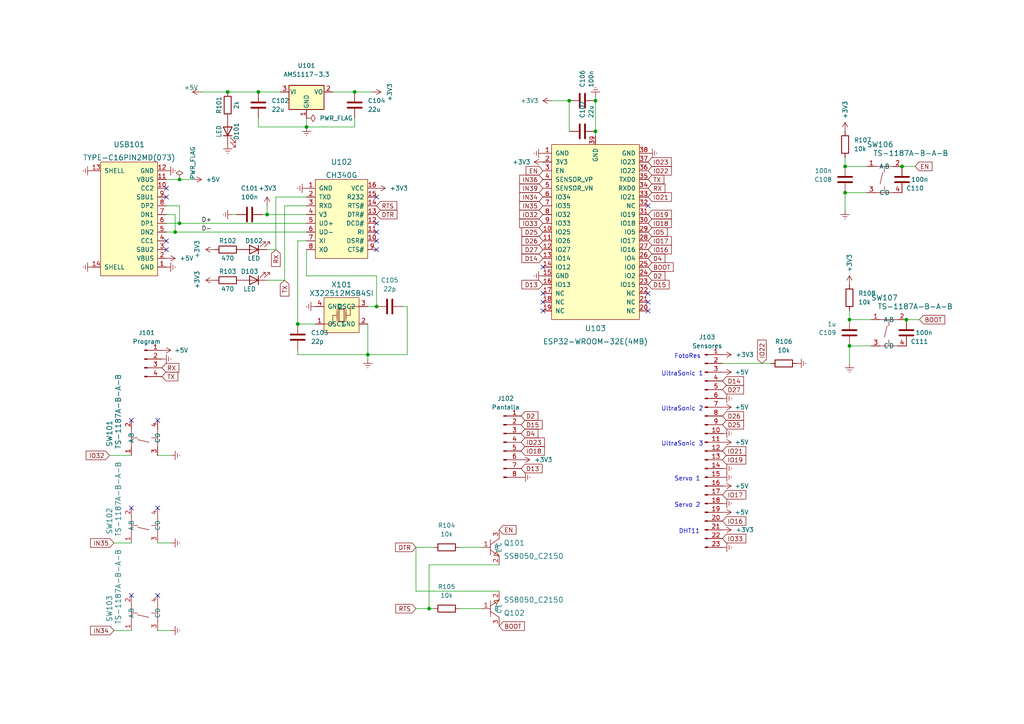
<source format=kicad_sch>
(kicad_sch (version 20211123) (generator eeschema)
  (paper "A4")
  (lib_symbols
    (symbol "Connector:Conn_01x04_Male" (pin_names (offset 1.016) hide)
      (property "Reference" "J" (at 0 5.08 0))
      (property "Value" "Conn_01x04_Male" (at 0 -7.62 0))
      (symbol "Conn_01x04_Male_1_1"
        (pin passive line (at 5.08 2.54 180) (length 3.81) (name "Pin_1") (number "1"))
        (pin passive line (at 5.08 0 180) (length 3.81) (name "Pin_2") (number "2"))
        (pin passive line (at 5.08 -2.54 180) (length 3.81) (name "Pin_3") (number "3"))
        (pin passive line (at 5.08 -5.08 180) (length 3.81) (name "Pin_4") (number "4"))
      )
    )
    (symbol "Connector:Conn_01x08_Male" (pin_names (offset 1.016) hide)
      (property "Reference" "J" (at 0 10.16 0))
      (property "Value" "Conn_01x08_Male" (at 0 -12.7 0))
      (symbol "Conn_01x08_Male_1_1"
        (pin passive line (at 5.08 7.62 180) (length 3.81) (name "Pin_1") (number "1"))
        (pin passive line (at 5.08 5.08 180) (length 3.81) (name "Pin_2") (number "2"))
        (pin passive line (at 5.08 2.54 180) (length 3.81) (name "Pin_3") (number "3"))
        (pin passive line (at 5.08 0 180) (length 3.81) (name "Pin_4") (number "4"))
        (pin passive line (at 5.08 -2.54 180) (length 3.81) (name "Pin_5") (number "5"))
        (pin passive line (at 5.08 -5.08 180) (length 3.81) (name "Pin_6") (number "6"))
        (pin passive line (at 5.08 -7.62 180) (length 3.81) (name "Pin_7") (number "7"))
        (pin passive line (at 5.08 -10.16 180) (length 3.81) (name "Pin_8") (number "8"))
      )
    )
    (symbol "Connector:Conn_01x23_Male" (pin_names (offset 1.016) hide)
      (property "Reference" "J" (at 0 30.48 0))
      (property "Value" "Conn_01x23_Male" (at 0 -30.48 0))
      (symbol "Conn_01x23_Male_1_1"
        (pin passive line (at 5.08 27.94 180) (length 3.81) (name "Pin_1") (number "1"))
        (pin passive line (at 5.08 5.08 180) (length 3.81) (name "Pin_10") (number "10"))
        (pin passive line (at 5.08 2.54 180) (length 3.81) (name "Pin_11") (number "11"))
        (pin passive line (at 5.08 0 180) (length 3.81) (name "Pin_12") (number "12"))
        (pin passive line (at 5.08 -2.54 180) (length 3.81) (name "Pin_13") (number "13"))
        (pin passive line (at 5.08 -5.08 180) (length 3.81) (name "Pin_14") (number "14"))
        (pin passive line (at 5.08 -7.62 180) (length 3.81) (name "Pin_15") (number "15"))
        (pin passive line (at 5.08 -10.16 180) (length 3.81) (name "Pin_16") (number "16"))
        (pin passive line (at 5.08 -12.7 180) (length 3.81) (name "Pin_17") (number "17"))
        (pin passive line (at 5.08 -15.24 180) (length 3.81) (name "Pin_18") (number "18"))
        (pin passive line (at 5.08 -17.78 180) (length 3.81) (name "Pin_19") (number "19"))
        (pin passive line (at 5.08 25.4 180) (length 3.81) (name "Pin_2") (number "2"))
        (pin passive line (at 5.08 -20.32 180) (length 3.81) (name "Pin_20") (number "20"))
        (pin passive line (at 5.08 -22.86 180) (length 3.81) (name "Pin_21") (number "21"))
        (pin passive line (at 5.08 -25.4 180) (length 3.81) (name "Pin_22") (number "22"))
        (pin passive line (at 5.08 -27.94 180) (length 3.81) (name "Pin_23") (number "23"))
        (pin passive line (at 5.08 22.86 180) (length 3.81) (name "Pin_3") (number "3"))
        (pin passive line (at 5.08 20.32 180) (length 3.81) (name "Pin_4") (number "4"))
        (pin passive line (at 5.08 17.78 180) (length 3.81) (name "Pin_5") (number "5"))
        (pin passive line (at 5.08 15.24 180) (length 3.81) (name "Pin_6") (number "6"))
        (pin passive line (at 5.08 12.7 180) (length 3.81) (name "Pin_7") (number "7"))
        (pin passive line (at 5.08 10.16 180) (length 3.81) (name "Pin_8") (number "8"))
        (pin passive line (at 5.08 7.62 180) (length 3.81) (name "Pin_9") (number "9"))
      )
    )
    (symbol "Device:C" (pin_numbers hide) (pin_names (offset 0.254))
      (property "Reference" "C" (at 0.635 2.54 0))
      (property "Value" "C" (at 0.635 -2.54 0))
      (symbol "C_1_1"
        (pin passive line (at 0 3.81 270) (length 2.794) (name "~") (number "1"))
        (pin passive line (at 0 -3.81 90) (length 2.794) (name "~") (number "2"))
      )
    )
    (symbol "Device:LED" (pin_numbers hide) (pin_names (offset 1.016) hide)
      (property "Reference" "D" (at 0 2.54 0))
      (property "Value" "LED" (at 0 -2.54 0))
      (symbol "LED_1_1"
        (pin passive line (at -3.81 0 0) (length 2.54) (name "K") (number "1"))
        (pin passive line (at 3.81 0 180) (length 2.54) (name "A") (number "2"))
      )
    )
    (symbol "Device:R" (pin_numbers hide) (pin_names (offset 0))
      (property "Reference" "R" (at 2.032 0 90))
      (property "Value" "R" (at 0 0 90))
      (symbol "R_1_1"
        (pin passive line (at 0 3.81 270) (length 1.27) (name "~") (number "1"))
        (pin passive line (at 0 -3.81 90) (length 1.27) (name "~") (number "2"))
      )
    )
    (symbol "Regulator_Linear:AMS1117-3.3" (pin_names (offset 0.254))
      (property "Reference" "U" (at -3.81 3.175 0))
      (property "Value" "AMS1117-3.3" (at 0 3.175 0))
      (symbol "AMS1117-3.3_1_1"
        (pin power_in line (at 0 -7.62 90) (length 2.54) (name "GND") (number "1"))
        (pin power_out line (at 7.62 0 180) (length 2.54) (name "VO") (number "2"))
        (pin power_in line (at -7.62 0 0) (length 2.54) (name "VI") (number "3"))
      )
    )
    (symbol "easyeda2kicad:CH340G" (pin_names (offset 1.016))
      (property "Reference" "U?" (at 0 13.97 0))
      (property "Value" "CH340G" (at 0 -13.97 0))
      (symbol "CH340G_1_1"
        (pin unspecified line (at -10.16 8.89 0) (length 2.54) (name "GND") (number "1"))
        (pin unspecified line (at 10.16 -6.35 180) (length 2.54) (name "DSR#") (number "10"))
        (pin unspecified line (at 10.16 -3.81 180) (length 2.54) (name "RI") (number "11"))
        (pin unspecified line (at 10.16 -1.27 180) (length 2.54) (name "DCD#") (number "12"))
        (pin unspecified line (at 10.16 1.27 180) (length 2.54) (name "DTR#") (number "13"))
        (pin unspecified line (at 10.16 3.81 180) (length 2.54) (name "RTS#") (number "14"))
        (pin unspecified line (at 10.16 6.35 180) (length 2.54) (name "R232") (number "15"))
        (pin unspecified line (at 10.16 8.89 180) (length 2.54) (name "VCC") (number "16"))
        (pin unspecified line (at -10.16 6.35 0) (length 2.54) (name "TXD") (number "2"))
        (pin unspecified line (at -10.16 3.81 0) (length 2.54) (name "RXD") (number "3"))
        (pin unspecified line (at -10.16 1.27 0) (length 2.54) (name "V3") (number "4"))
        (pin unspecified line (at -10.16 -1.27 0) (length 2.54) (name "UD+") (number "5"))
        (pin unspecified line (at -10.16 -3.81 0) (length 2.54) (name "UD-") (number "6"))
        (pin unspecified line (at -10.16 -6.35 0) (length 2.54) (name "XI") (number "7"))
        (pin unspecified line (at -10.16 -8.89 0) (length 2.54) (name "XO") (number "8"))
        (pin unspecified line (at 10.16 -8.89 180) (length 2.54) (name "CTS#") (number "9"))
      )
    )
    (symbol "easyeda2kicad:ESP32-WROOM-32E(4MB)" (pin_names (offset 1.016))
      (property "Reference" "U?" (at 0 33.02 0))
      (property "Value" "ESP32-WROOM-32E(4MB)" (at 0 -27.94 0))
      (symbol "ESP32-WROOM-32E(4MB)_1_1"
        (pin unspecified line (at -15.24 22.86 0) (length 2.54) (name "GND") (number "1"))
        (pin unspecified line (at -15.24 0 0) (length 2.54) (name "IO25") (number "10"))
        (pin unspecified line (at -15.24 -2.54 0) (length 2.54) (name "IO26") (number "11"))
        (pin unspecified line (at -15.24 -5.08 0) (length 2.54) (name "IO27") (number "12"))
        (pin unspecified line (at -15.24 -7.62 0) (length 2.54) (name "IO14") (number "13"))
        (pin unspecified line (at -15.24 -10.16 0) (length 2.54) (name "IO12") (number "14"))
        (pin unspecified line (at -15.24 -12.7 0) (length 2.54) (name "GND") (number "15"))
        (pin unspecified line (at -15.24 -15.24 0) (length 2.54) (name "IO13") (number "16"))
        (pin unspecified line (at -15.24 -17.78 0) (length 2.54) (name "NC") (number "17"))
        (pin unspecified line (at -15.24 -20.32 0) (length 2.54) (name "NC") (number "18"))
        (pin unspecified line (at -15.24 -22.86 0) (length 2.54) (name "NC") (number "19"))
        (pin unspecified line (at -15.24 20.32 0) (length 2.54) (name "3V3") (number "2"))
        (pin unspecified line (at 15.24 -22.86 180) (length 2.54) (name "NC") (number "20"))
        (pin unspecified line (at 15.24 -20.32 180) (length 2.54) (name "NC") (number "21"))
        (pin unspecified line (at 15.24 -17.78 180) (length 2.54) (name "NC") (number "22"))
        (pin unspecified line (at 15.24 -15.24 180) (length 2.54) (name "IO15") (number "23"))
        (pin unspecified line (at 15.24 -12.7 180) (length 2.54) (name "IO2") (number "24"))
        (pin unspecified line (at 15.24 -10.16 180) (length 2.54) (name "IO0") (number "25"))
        (pin unspecified line (at 15.24 -7.62 180) (length 2.54) (name "IO4") (number "26"))
        (pin unspecified line (at 15.24 -5.08 180) (length 2.54) (name "IO16") (number "27"))
        (pin unspecified line (at 15.24 -2.54 180) (length 2.54) (name "IO17") (number "28"))
        (pin unspecified line (at 15.24 0 180) (length 2.54) (name "IO5") (number "29"))
        (pin unspecified line (at -15.24 17.78 0) (length 2.54) (name "EN") (number "3"))
        (pin unspecified line (at 15.24 2.54 180) (length 2.54) (name "IO18") (number "30"))
        (pin unspecified line (at 15.24 5.08 180) (length 2.54) (name "IO19") (number "31"))
        (pin unspecified line (at 15.24 7.62 180) (length 2.54) (name "NC") (number "32"))
        (pin unspecified line (at 15.24 10.16 180) (length 2.54) (name "IO21") (number "33"))
        (pin unspecified line (at 15.24 12.7 180) (length 2.54) (name "RXD0") (number "34"))
        (pin unspecified line (at 15.24 15.24 180) (length 2.54) (name "TXD0") (number "35"))
        (pin unspecified line (at 15.24 17.78 180) (length 2.54) (name "IO22") (number "36"))
        (pin unspecified line (at 15.24 20.32 180) (length 2.54) (name "IO23") (number "37"))
        (pin unspecified line (at 15.24 22.86 180) (length 2.54) (name "GND") (number "38"))
        (pin unspecified line (at 0 27.94 270) (length 2.54) (name "GND") (number "39"))
        (pin unspecified line (at -15.24 15.24 0) (length 2.54) (name "SENSOR_VP") (number "4"))
        (pin unspecified line (at -15.24 12.7 0) (length 2.54) (name "SENSOR_VN") (number "5"))
        (pin unspecified line (at -15.24 10.16 0) (length 2.54) (name "IO34") (number "6"))
        (pin unspecified line (at -15.24 7.62 0) (length 2.54) (name "IO35") (number "7"))
        (pin unspecified line (at -15.24 5.08 0) (length 2.54) (name "IO32") (number "8"))
        (pin unspecified line (at -15.24 2.54 0) (length 2.54) (name "IO33") (number "9"))
      )
    )
    (symbol "easyeda2kicad:SS8050_C2150" (pin_names (offset 1.016))
      (property "Reference" "Q?" (at 0 10.16 0))
      (property "Value" "SS8050_C2150" (at 0 -10.16 0))
      (symbol "SS8050_C2150_1_1"
        (pin unspecified line (at -5.08 0 0) (length 2.54) (name "B") (number "1"))
        (pin unspecified line (at 0 -5.08 90) (length 2.54) (name "E") (number "2"))
        (pin unspecified line (at 0 5.08 270) (length 2.54) (name "C") (number "3"))
      )
    )
    (symbol "easyeda2kicad:TS-1187A-B-A-B" (pin_names (offset 1.016))
      (property "Reference" "SW?" (at 0 7.62 0))
      (property "Value" "TS-1187A-B-A-B" (at 0 -10.16 0))
      (symbol "TS-1187A-B-A-B_1_1"
        (pin unspecified line (at -5.08 2.54 0) (length 2.54) (name "A") (number "1"))
        (pin unspecified line (at 5.08 2.54 180) (length 2.54) (name "B") (number "2"))
        (pin unspecified line (at -5.08 -5.08 0) (length 2.54) (name "C") (number "3"))
        (pin unspecified line (at 5.08 -5.08 180) (length 2.54) (name "D") (number "4"))
      )
    )
    (symbol "easyeda2kicad:TYPE-C16PIN2MD(073)" (pin_names (offset 1.016))
      (property "Reference" "USB?" (at 0 19.05 0))
      (property "Value" "TYPE-C16PIN2MD(073)" (at 0 -19.05 0))
      (symbol "TYPE-C16PIN2MD(073)_1_1"
        (pin unspecified line (at -11.43 13.97 0) (length 2.54) (name "GND") (number "1"))
        (pin unspecified line (at -11.43 -8.89 0) (length 2.54) (name "CC2") (number "10"))
        (pin unspecified line (at -11.43 -11.43 0) (length 2.54) (name "VBUS") (number "11"))
        (pin unspecified line (at -11.43 -13.97 0) (length 2.54) (name "GND") (number "12"))
        (pin unspecified line (at 10.16 -13.97 180) (length 2.54) (name "SHELL") (number "13"))
        (pin unspecified line (at 10.16 13.97 180) (length 2.54) (name "SHELL") (number "14"))
        (pin unspecified line (at -11.43 11.43 0) (length 2.54) (name "VBUS") (number "2"))
        (pin unspecified line (at -11.43 8.89 0) (length 2.54) (name "SBU2") (number "3"))
        (pin unspecified line (at -11.43 6.35 0) (length 2.54) (name "CC1") (number "4"))
        (pin unspecified line (at -11.43 3.81 0) (length 2.54) (name "DN2") (number "5"))
        (pin unspecified line (at -11.43 1.27 0) (length 2.54) (name "DP1") (number "6"))
        (pin unspecified line (at -11.43 -1.27 0) (length 2.54) (name "DN1") (number "7"))
        (pin unspecified line (at -11.43 -3.81 0) (length 2.54) (name "DP2") (number "8"))
        (pin unspecified line (at -11.43 -6.35 0) (length 2.54) (name "SBU1") (number "9"))
      )
    )
    (symbol "easyeda2kicad:X322512MSB4SI" (pin_names (offset 1.016))
      (property "Reference" "X?" (at 0 7.62 0))
      (property "Value" "X322512MSB4SI" (at 0 -7.62 0))
      (symbol "X322512MSB4SI_1_1"
        (pin unspecified line (at -7.62 -2.54 0) (length 2.54) (name "OSC1") (number "1"))
        (pin unspecified line (at 7.62 -2.54 180) (length 2.54) (name "GND") (number "2"))
        (pin unspecified line (at 7.62 2.54 180) (length 2.54) (name "OSC2") (number "3"))
        (pin unspecified line (at -7.62 2.54 0) (length 2.54) (name "GND") (number "4"))
      )
    )
    (symbol "power:+3.3V" (power) (pin_names (offset 0))
      (property "Value" "+3.3V" (at 0 3.556 0))
      (symbol "+3.3V_1_1"
        (pin power_in line (at 0 0 90) (length 0) hide (name "+3V3") (number "1"))
      )
    )
    (symbol "power:+5V" (power) (pin_names (offset 0))
      (property "Value" "+5V" (at 0 3.556 0))
      (symbol "+5V_1_1"
        (pin power_in line (at 0 0 90) (length 0) hide (name "+5V") (number "1"))
      )
    )
    (symbol "power:Earth" (power) (pin_names (offset 0))
      (symbol "Earth_1_1"
        (pin power_in line (at 0 0 270) (length 0) hide (name "Earth") (number "1"))
      )
    )
    (symbol "power:PWR_FLAG" (power) (pin_numbers hide) (pin_names (offset 0) hide)
      (property "Value" "PWR_FLAG" (at 0 3.81 0))
      (symbol "PWR_FLAG_0_0"
        (pin power_out line (at 0 0 90) (length 0) (name "pwr") (number "1"))
      )
    )
  )
  (junction (at 77.47 62.23))
  (junction (at 245.11 48.26))
  (junction (at 50.8 67.31))
  (junction (at 261.62 48.26))
  (junction (at 172.72 38.1))
  (junction (at 109.22 88.9))
  (junction (at 246.38 92.71))
  (junction (at 66.04 26.67))
  (junction (at 262.89 92.71))
  (junction (at 165.1 29.21))
  (junction (at 246.38 100.33))
  (junction (at 52.07 52.07))
  (junction (at 88.9 36.83))
  (junction (at 86.36 93.98))
  (junction (at 106.68 102.87))
  (junction (at 172.72 29.21))
  (junction (at 52.07 64.77))
  (junction (at 74.93 26.67))
  (junction (at 102.87 26.67))
  (junction (at 124.46 176.53))
  (junction (at 245.11 55.88))
  (no_connect (at 109.22 72.39))
  (no_connect (at 109.22 67.31))
  (no_connect (at 157.48 87.63))
  (no_connect (at 157.48 85.09))
  (no_connect (at 187.96 87.63))
  (no_connect (at 187.96 85.09))
  (no_connect (at 187.96 90.17))
  (no_connect (at 157.48 90.17))
  (no_connect (at 157.48 77.47))
  (no_connect (at 109.22 69.85))
  (no_connect (at 109.22 57.15))
  (no_connect (at 48.26 69.85))
  (no_connect (at 109.22 64.77))
  (no_connect (at 48.26 57.15))
  (no_connect (at 48.26 54.61))
  (no_connect (at 38.1 121.92))
  (no_connect (at 45.72 121.92))
  (no_connect (at 38.1 147.32))
  (no_connect (at 45.72 147.32))
  (no_connect (at 38.1 172.72))
  (no_connect (at 45.72 172.72))
  (no_connect (at 187.96 59.69))
  (no_connect (at 48.26 72.39))
  (wire (pts (xy 58.42 26.67) (xy 66.04 26.67)))
  (wire (pts (xy 67.31 62.23) (xy 68.58 62.23)))
  (wire (pts (xy 74.93 26.67) (xy 81.28 26.67)))
  (wire (pts (xy 86.36 102.87) (xy 86.36 101.6)))
  (wire (pts (xy 120.65 171.45) (xy 144.78 171.45)))
  (wire (pts (xy 33.02 182.88) (xy 38.1 182.88)))
  (wire (pts (xy 48.26 62.23) (xy 50.8 62.23)))
  (wire (pts (xy 52.07 52.07) (xy 48.26 52.07)))
  (wire (pts (xy 261.62 48.26) (xy 265.43 48.26)))
  (wire (pts (xy 133.35 176.53) (xy 139.7 176.53)))
  (wire (pts (xy 33.02 157.48) (xy 38.1 157.48)))
  (wire (pts (xy 52.07 59.69) (xy 52.07 64.77)))
  (wire (pts (xy 102.87 36.83) (xy 88.9 36.83)))
  (wire (pts (xy 124.46 176.53) (xy 124.46 163.83)))
  (wire (pts (xy 77.47 72.39) (xy 80.01 72.39)))
  (wire (pts (xy 118.11 88.9) (xy 118.11 102.87)))
  (wire (pts (xy 246.38 100.33) (xy 252.73 100.33)))
  (wire (pts (xy 48.26 59.69) (xy 52.07 59.69)))
  (wire (pts (xy 45.72 157.48) (xy 49.53 157.48)))
  (wire (pts (xy 124.46 176.53) (xy 125.73 176.53)))
  (wire (pts (xy 106.68 102.87) (xy 106.68 93.98)))
  (wire (pts (xy 209.55 105.41) (xy 223.52 105.41)))
  (wire (pts (xy 245.11 45.72) (xy 245.11 48.26)))
  (wire (pts (xy 102.87 26.67) (xy 107.95 26.67)))
  (wire (pts (xy 172.72 29.21) (xy 172.72 38.1)))
  (wire (pts (xy 50.8 62.23) (xy 50.8 67.31)))
  (wire (pts (xy 120.65 158.75) (xy 120.65 171.45)))
  (wire (pts (xy 77.47 62.23) (xy 88.9 62.23)))
  (wire (pts (xy 86.36 69.85) (xy 86.36 93.98)))
  (wire (pts (xy 88.9 72.39) (xy 88.9 80.01)))
  (wire (pts (xy 96.52 26.67) (xy 102.87 26.67)))
  (wire (pts (xy 106.68 104.14) (xy 106.68 102.87)))
  (wire (pts (xy 124.46 163.83) (xy 144.78 163.83)))
  (wire (pts (xy 88.9 36.83) (xy 88.9 34.29)))
  (wire (pts (xy 88.9 59.69) (xy 82.55 59.69)))
  (wire (pts (xy 77.47 59.69) (xy 77.47 62.23)))
  (wire (pts (xy 88.9 80.01) (xy 109.22 80.01)))
  (wire (pts (xy 133.35 158.75) (xy 139.7 158.75)))
  (wire (pts (xy 120.65 176.53) (xy 124.46 176.53)))
  (wire (pts (xy 246.38 92.71) (xy 252.73 92.71)))
  (wire (pts (xy 262.89 92.71) (xy 266.7 92.71)))
  (wire (pts (xy 88.9 69.85) (xy 86.36 69.85)))
  (wire (pts (xy 91.44 93.98) (xy 86.36 93.98)))
  (wire (pts (xy 116.84 88.9) (xy 118.11 88.9)))
  (wire (pts (xy 88.9 64.77) (xy 52.07 64.77)))
  (wire (pts (xy 245.11 48.26) (xy 251.46 48.26)))
  (wire (pts (xy 52.07 64.77) (xy 48.26 64.77)))
  (wire (pts (xy 77.47 81.28) (xy 82.55 81.28)))
  (wire (pts (xy 160.02 29.21) (xy 165.1 29.21)))
  (wire (pts (xy 245.11 55.88) (xy 251.46 55.88)))
  (wire (pts (xy 82.55 59.69) (xy 82.55 81.28)))
  (wire (pts (xy 172.72 38.1) (xy 172.72 39.37)))
  (wire (pts (xy 172.72 27.94) (xy 172.72 29.21)))
  (wire (pts (xy 106.68 102.87) (xy 86.36 102.87)))
  (wire (pts (xy 245.11 55.88) (xy 245.11 60.96)))
  (wire (pts (xy 88.9 67.31) (xy 50.8 67.31)))
  (wire (pts (xy 118.11 102.87) (xy 106.68 102.87)))
  (wire (pts (xy 74.93 34.29) (xy 74.93 36.83)))
  (wire (pts (xy 120.65 158.75) (xy 125.73 158.75)))
  (wire (pts (xy 66.04 26.67) (xy 74.93 26.67)))
  (wire (pts (xy 109.22 88.9) (xy 106.68 88.9)))
  (wire (pts (xy 50.8 67.31) (xy 48.26 67.31)))
  (wire (pts (xy 88.9 57.15) (xy 80.01 57.15)))
  (wire (pts (xy 109.22 80.01) (xy 109.22 88.9)))
  (wire (pts (xy 74.93 36.83) (xy 88.9 36.83)))
  (wire (pts (xy 165.1 29.21) (xy 165.1 38.1)))
  (wire (pts (xy 31.75 132.08) (xy 38.1 132.08)))
  (wire (pts (xy 246.38 90.17) (xy 246.38 92.71)))
  (wire (pts (xy 80.01 57.15) (xy 80.01 72.39)))
  (wire (pts (xy 45.72 132.08) (xy 49.53 132.08)))
  (wire (pts (xy 45.72 182.88) (xy 49.53 182.88)))
  (wire (pts (xy 55.88 52.07) (xy 52.07 52.07)))
  (wire (pts (xy 76.2 62.23) (xy 77.47 62.23)))
  (wire (pts (xy 246.38 100.33) (xy 246.38 105.41)))
  (wire (pts (xy 102.87 34.29) (xy 102.87 36.83)))
  (text "UltraSonic 1" (at 191.77 109.22 0) (effects (font (size 1.27 1.27)) (justify left bottom)))
  (text "Servo 1" (at 195.58 139.7 0) (effects (font (size 1.27 1.27)) (justify left bottom)))
  (text "Servo 2" (at 195.58 147.32 0) (effects (font (size 1.27 1.27)) (justify left bottom)))
  (text "UltraSonic 2\n" (at 191.77 119.38 0) (effects (font (size 1.27 1.27)) (justify left bottom)))
  (text "FotoRes" (at 195.58 104.14 0) (effects (font (size 1.27 1.27)) (justify left bottom)))
  (text "UltraSonic 3\n" (at 191.77 129.54 0) (effects (font (size 1.27 1.27)) (justify left bottom)))
  (text "DHT11\n" (at 196.85 154.94 0) (effects (font (size 1.27 1.27)) (justify left bottom)))
  (label "D+" (at 58.42 64.77 0))
  (label "D-" (at 58.42 67.31 0))
  (global_label "D14" (shape input) (at 157.48 74.93 180) (property "Intersheet References" "${INTERSHEET_REFS}" (effects hide)))
  (global_label "BOOT" (shape input) (at 144.78 181.61 0) (property "Intersheet References" "${INTERSHEET_REFS}" (effects hide)))
  (global_label "RTS" (shape input) (at 109.22 59.69 0) (property "Intersheet References" "${INTERSHEET_REFS}" (effects hide)))
  (global_label "EN" (shape input) (at 157.48 49.53 180) (property "Intersheet References" "${INTERSHEET_REFS}" (effects hide)))
  (global_label "D26" (shape input) (at 157.48 69.85 180) (property "Intersheet References" "${INTERSHEET_REFS}" (effects hide)))
  (global_label "IO19" (shape input) (at 187.96 62.23 0) (property "Intersheet References" "${INTERSHEET_REFS}" (effects hide)))
  (global_label "D4" (shape input) (at 187.96 74.93 0) (property "Intersheet References" "${INTERSHEET_REFS}" (effects hide)))
  (global_label "BOOT" (shape input) (at 187.96 77.47 0) (property "Intersheet References" "${INTERSHEET_REFS}" (effects hide)))
  (global_label "IO16" (shape input) (at 209.55 151.13 0) (property "Intersheet References" "${INTERSHEET_REFS}" (effects hide)))
  (global_label "IO23" (shape input) (at 151.13 128.27 0) (property "Intersheet References" "${INTERSHEET_REFS}" (effects hide)))
  (global_label "TX" (shape input) (at 46.99 109.22 0) (property "Intersheet References" "${INTERSHEET_REFS}" (effects hide)))
  (global_label "IO32" (shape input) (at 157.48 62.23 180) (property "Intersheet References" "${INTERSHEET_REFS}" (effects hide)))
  (global_label "IN35" (shape input) (at 157.48 59.69 180) (property "Intersheet References" "${INTERSHEET_REFS}" (effects hide)))
  (global_label "IO17" (shape input) (at 209.55 143.51 0) (property "Intersheet References" "${INTERSHEET_REFS}" (effects hide)))
  (global_label "IO33" (shape input) (at 157.48 64.77 180) (property "Intersheet References" "${INTERSHEET_REFS}" (effects hide)))
  (global_label "TX" (shape input) (at 187.96 52.07 0) (property "Intersheet References" "${INTERSHEET_REFS}" (effects hide)))
  (global_label "IO22" (shape input) (at 187.96 49.53 0) (property "Intersheet References" "${INTERSHEET_REFS}" (effects hide)))
  (global_label "D27" (shape input) (at 209.55 113.03 0) (property "Intersheet References" "${INTERSHEET_REFS}" (effects hide)))
  (global_label "IO21" (shape input) (at 209.55 130.81 0) (property "Intersheet References" "${INTERSHEET_REFS}" (effects hide)))
  (global_label "D14" (shape input) (at 209.55 110.49 0) (property "Intersheet References" "${INTERSHEET_REFS}" (effects hide)))
  (global_label "IN34" (shape input) (at 157.48 57.15 180) (property "Intersheet References" "${INTERSHEET_REFS}" (effects hide)))
  (global_label "IO32" (shape input) (at 31.75 132.08 180) (property "Intersheet References" "${INTERSHEET_REFS}" (effects hide)))
  (global_label "D15" (shape input) (at 187.96 82.55 0) (property "Intersheet References" "${INTERSHEET_REFS}" (effects hide)))
  (global_label "RX" (shape input) (at 187.96 54.61 0) (property "Intersheet References" "${INTERSHEET_REFS}" (effects hide)))
  (global_label "TX" (shape input) (at 82.55 81.28 270) (property "Intersheet References" "${INTERSHEET_REFS}" (effects hide)))
  (global_label "EN" (shape input) (at 144.78 153.67 0) (property "Intersheet References" "${INTERSHEET_REFS}" (effects hide)))
  (global_label "RX" (shape input) (at 80.01 72.39 270) (property "Intersheet References" "${INTERSHEET_REFS}" (effects hide)))
  (global_label "IO33" (shape input) (at 209.55 156.21 0) (property "Intersheet References" "${INTERSHEET_REFS}" (effects hide)))
  (global_label "IO22" (shape input) (at 220.98 105.41 90) (property "Intersheet References" "${INTERSHEET_REFS}" (effects hide)))
  (global_label "RX" (shape input) (at 46.99 106.68 0) (property "Intersheet References" "${INTERSHEET_REFS}" (effects hide)))
  (global_label "IO18" (shape input) (at 151.13 130.81 0) (property "Intersheet References" "${INTERSHEET_REFS}" (effects hide)))
  (global_label "D15" (shape input) (at 151.13 123.19 0) (property "Intersheet References" "${INTERSHEET_REFS}" (effects hide)))
  (global_label "IO23" (shape input) (at 187.96 46.99 0) (property "Intersheet References" "${INTERSHEET_REFS}" (effects hide)))
  (global_label "IO16" (shape input) (at 187.96 72.39 0) (property "Intersheet References" "${INTERSHEET_REFS}" (effects hide)))
  (global_label "D2" (shape input) (at 151.13 120.65 0) (property "Intersheet References" "${INTERSHEET_REFS}" (effects hide)))
  (global_label "D26" (shape input) (at 209.55 120.65 0) (property "Intersheet References" "${INTERSHEET_REFS}" (effects hide)))
  (global_label "IO18" (shape input) (at 187.96 64.77 0) (property "Intersheet References" "${INTERSHEET_REFS}" (effects hide)))
  (global_label "IN35" (shape input) (at 33.02 157.48 180) (property "Intersheet References" "${INTERSHEET_REFS}" (effects hide)))
  (global_label "D27" (shape input) (at 157.48 72.39 180) (property "Intersheet References" "${INTERSHEET_REFS}" (effects hide)))
  (global_label "D4" (shape input) (at 151.13 125.73 0) (property "Intersheet References" "${INTERSHEET_REFS}" (effects hide)))
  (global_label "IO21" (shape input) (at 187.96 57.15 0) (property "Intersheet References" "${INTERSHEET_REFS}" (effects hide)))
  (global_label "DTR" (shape input) (at 120.65 158.75 180) (property "Intersheet References" "${INTERSHEET_REFS}" (effects hide)))
  (global_label "DTR" (shape input) (at 109.22 62.23 0) (property "Intersheet References" "${INTERSHEET_REFS}" (effects hide)))
  (global_label "IN34" (shape input) (at 33.02 182.88 180) (property "Intersheet References" "${INTERSHEET_REFS}" (effects hide)))
  (global_label "D2" (shape input) (at 187.96 80.01 0) (property "Intersheet References" "${INTERSHEET_REFS}" (effects hide)))
  (global_label "IN39" (shape input) (at 157.48 54.61 180) (property "Intersheet References" "${INTERSHEET_REFS}" (effects hide)))
  (global_label "EN" (shape input) (at 265.43 48.26 0) (property "Intersheet References" "${INTERSHEET_REFS}" (effects hide)))
  (global_label "IO5" (shape input) (at 187.96 67.31 0) (property "Intersheet References" "${INTERSHEET_REFS}" (effects hide)))
  (global_label "RTS" (shape input) (at 120.65 176.53 180) (property "Intersheet References" "${INTERSHEET_REFS}" (effects hide)))
  (global_label "BOOT" (shape input) (at 266.7 92.71 0) (property "Intersheet References" "${INTERSHEET_REFS}" (effects hide)))
  (global_label "D13" (shape input) (at 151.13 135.89 0) (property "Intersheet References" "${INTERSHEET_REFS}" (effects hide)))
  (global_label "IO17" (shape input) (at 187.96 69.85 0) (property "Intersheet References" "${INTERSHEET_REFS}" (effects hide)))
  (global_label "D25" (shape input) (at 209.55 123.19 0) (property "Intersheet References" "${INTERSHEET_REFS}" (effects hide)))
  (global_label "D25" (shape input) (at 157.48 67.31 180) (property "Intersheet References" "${INTERSHEET_REFS}" (effects hide)))
  (global_label "IO19" (shape input) (at 209.55 133.35 0) (property "Intersheet References" "${INTERSHEET_REFS}" (effects hide)))
  (global_label "D13" (shape input) (at 157.48 82.55 180) (property "Intersheet References" "${INTERSHEET_REFS}" (effects hide)))
  (global_label "IN36" (shape input) (at 157.48 52.07 180) (property "Intersheet References" "${INTERSHEET_REFS}" (effects hide)))
  (symbol (lib_id "power:+5V") (at 209.55 140.97 270) (unit 1)
    (property "Reference" "#PWR0142" (effects hide))
    (property "Value" "+5V" (at 217.17 140.97 90) (effects (justify right)))
  )
  (symbol (lib_id "power:Earth") (at 209.55 125.73 90) (unit 1)
    (property "Reference" "#PWR0138" (effects hide))
    (property "Value" "Earth" (effects hide))
  )
  (symbol (lib_id "power:Earth") (at 209.55 146.05 90) (unit 1)
    (property "Reference" "#PWR0143" (effects hide))
    (property "Value" "Earth" (effects hide))
  )
  (symbol (lib_id "power:+5V") (at 58.42 26.67 90) (unit 1)
    (property "Reference" "#PWR0112" (effects hide))
    (property "Value" "+5V" (at 53.34 25.4 90) (effects (justify right)))
  )
  (symbol (lib_id "power:Earth") (at 66.04 41.91 0) (unit 1)
    (property "Reference" "#PWR0115" (effects hide))
    (property "Value" "Earth" (effects hide))
  )
  (symbol (lib_id "easyeda2kicad:SS8050_C2150") (at 144.78 158.75 0) (unit 1)
    (property "Reference" "Q101" (at 146.05 157.48 0) (effects (font (size 1.524 1.524)) (justify left)))
    (property "Value" "SS8050_C2150" (at 146.05 161.29 0) (effects (font (size 1.524 1.524)) (justify left)))
    (property "Footprint" "easyeda2kicad:SOT-23-3_L2.9-W1.3-P1.90-LS2.4-BR" (effects hide))
    (property "Datasheet" "https://lcsc.com/product-detail/Transistors-NPN-PNP_SS8050-Y1-200-350_C2150.html" (effects hide))
    (property "Manufacturer" "CJ" (effects hide))
    (property "LCSC Part" "C2150" (effects hide))
    (property "JLC Part" "Basic Part" (effects hide))
  )
  (symbol (lib_id "power:Earth") (at 151.13 138.43 90) (unit 1)
    (property "Reference" "#PWR0127" (effects hide))
    (property "Value" "Earth" (effects hide))
  )
  (symbol (lib_id "Device:C") (at 245.11 52.07 180) (unit 1)
    (property "Reference" "C108" (at 241.3 52.07 0) (effects (justify left)))
    (property "Value" "100n" (at 241.3 49.53 0) (effects (justify left)))
    (property "Footprint" "Capacitor_SMD:C_0805_2012Metric" (effects hide))
  )
  (symbol (lib_id "Device:C") (at 261.62 52.07 180) (unit 1)
    (property "Reference" "C110" (at 267.97 54.61 0) (effects (justify left)))
    (property "Value" "100n" (at 269.24 52.07 0) (effects (justify left)))
    (property "Footprint" "Capacitor_SMD:C_0805_2012Metric" (effects hide))
  )
  (symbol (lib_id "easyeda2kicad:SS8050_C2150") (at 144.78 176.53 0) (mirror x) (unit 1)
    (property "Reference" "Q102" (at 146.05 177.8 0) (effects (font (size 1.524 1.524)) (justify left)))
    (property "Value" "SS8050_C2150" (at 146.05 173.99 0) (effects (font (size 1.524 1.524)) (justify left)))
    (property "Footprint" "easyeda2kicad:SOT-23-3_L2.9-W1.3-P1.90-LS2.4-BR" (effects hide))
    (property "Datasheet" "https://lcsc.com/product-detail/Transistors-NPN-PNP_SS8050-Y1-200-350_C2150.html" (effects hide))
    (property "Manufacturer" "CJ" (effects hide))
    (property "LCSC Part" "C2150" (effects hide))
    (property "JLC Part" "Basic Part" (effects hide))
  )
  (symbol (lib_id "Connector:Conn_01x04_Male") (at 41.91 104.14 0) (unit 1)
    (property "Reference" "J101" (at 42.545 96.52 0))
    (property "Value" "Program" (at 42.545 99.06 0))
    (property "Footprint" "Connector_PinSocket_2.54mm:PinSocket_1x04_P2.54mm_Vertical" (effects hide))
  )
  (symbol (lib_id "power:Earth") (at 48.26 77.47 90) (unit 1)
    (property "Reference" "#PWR0107" (effects hide))
    (property "Value" "Earth" (effects hide))
  )
  (symbol (lib_id "Device:R") (at 66.04 81.28 90) (unit 1)
    (property "Reference" "R103" (at 66.04 78.74 90))
    (property "Value" "470" (at 66.04 83.82 90))
    (property "Footprint" "Resistor_SMD:R_0805_2012Metric" (effects hide))
  )
  (symbol (lib_id "Device:R") (at 227.33 105.41 90) (unit 1)
    (property "Reference" "R106" (at 227.33 99.06 90))
    (property "Value" "10k" (at 227.33 101.6 90))
    (property "Footprint" "Resistor_SMD:R_0805_2012Metric" (effects hide))
  )
  (symbol (lib_id "power:Earth") (at 49.53 132.08 90) (unit 1)
    (property "Reference" "#PWR0108" (effects hide))
    (property "Value" "Earth" (effects hide))
  )
  (symbol (lib_id "Device:C") (at 262.89 96.52 180) (unit 1)
    (property "Reference" "C111" (at 269.24 99.06 0) (effects (justify left)))
    (property "Value" "100n" (at 270.51 96.52 0) (effects (justify left)))
    (property "Footprint" "Capacitor_SMD:C_0805_2012Metric" (effects hide))
  )
  (symbol (lib_id "power:Earth") (at 49.53 182.88 90) (unit 1)
    (property "Reference" "#PWR0110" (effects hide))
    (property "Value" "Earth" (effects hide))
  )
  (symbol (lib_id "power:Earth") (at 91.44 88.9 270) (unit 1)
    (property "Reference" "#PWR0122" (effects hide))
    (property "Value" "Earth" (effects hide))
  )
  (symbol (lib_id "power:Earth") (at 209.55 158.75 90) (unit 1)
    (property "Reference" "#PWR0146" (effects hide))
    (property "Value" "Earth" (effects hide))
  )
  (symbol (lib_id "Regulator_Linear:AMS1117-3.3") (at 88.9 26.67 0) (unit 1)
    (property "Reference" "U101" (at 88.9 19.05 0))
    (property "Value" "AMS1117-3.3" (at 88.9 21.59 0))
    (property "Footprint" "Package_TO_SOT_SMD:SOT-223-3_TabPin2" (effects hide))
    (property "Datasheet" "http://www.advanced-monolithic.com/pdf/ds1117.pdf" (effects hide))
  )
  (symbol (lib_id "power:+5V") (at 209.55 128.27 270) (unit 1)
    (property "Reference" "#PWR0139" (effects hide))
    (property "Value" "+5V" (at 217.17 128.27 90) (effects (justify right)))
  )
  (symbol (lib_id "power:+3.3V") (at 209.55 102.87 270) (unit 1)
    (property "Reference" "#PWR0134" (effects hide))
    (property "Value" "+3.3V" (at 213.36 102.87 90) (effects (justify left)))
  )
  (symbol (lib_id "power:Earth") (at 246.38 105.41 0) (unit 1)
    (property "Reference" "#PWR0151" (effects hide))
    (property "Value" "Earth" (effects hide))
  )
  (symbol (lib_id "power:Earth") (at 209.55 115.57 90) (unit 1)
    (property "Reference" "#PWR0136" (effects hide))
    (property "Value" "Earth" (effects hide))
  )
  (symbol (lib_id "power:Earth") (at 26.67 49.53 270) (unit 1)
    (property "Reference" "#PWR0101" (effects hide))
    (property "Value" "Earth" (effects hide))
  )
  (symbol (lib_id "power:PWR_FLAG") (at 52.07 52.07 0) (unit 1)
    (property "Reference" "#FLG0101" (effects hide))
    (property "Value" "PWR_FLAG" (at 55.88 52.07 90) (effects (justify left)))
  )
  (symbol (lib_id "power:Earth") (at 48.26 49.53 90) (unit 1)
    (property "Reference" "#PWR0105" (effects hide))
    (property "Value" "Earth" (effects hide))
  )
  (symbol (lib_id "power:Earth") (at 157.48 80.01 270) (unit 1)
    (property "Reference" "#PWR0130" (effects hide))
    (property "Value" "Earth" (effects hide))
  )
  (symbol (lib_id "easyeda2kicad:TS-1187A-B-A-B") (at 40.64 127 90) (unit 1)
    (property "Reference" "SW101" (at 31.75 125.73 0) (effects (font (size 1.524 1.524))))
    (property "Value" "TS-1187A-B-A-B" (at 34.29 119.38 0) (effects (font (size 1.524 1.524))))
    (property "Footprint" "easyeda2kicad:SW-SMD_4P-L5.1-W5.1-P3.70-LS6.5-TL-2" (effects hide))
    (property "Datasheet" "https://lcsc.com/product-detail/Tactile-Switches_XKB-Enterprise-TS-1187-B-A-A_C318884.html" (effects hide))
    (property "Manufacturer" "XKB Enterprise" (effects hide))
    (property "LCSC Part" "C318884" (effects hide))
    (property "JLC Part" "Basic Part" (effects hide))
  )
  (symbol (lib_id "Device:C") (at 246.38 96.52 180) (unit 1)
    (property "Reference" "C109" (at 242.57 96.52 0) (effects (justify left)))
    (property "Value" "1u" (at 242.57 93.98 0) (effects (justify left)))
    (property "Footprint" "Capacitor_SMD:C_0805_2012Metric" (effects hide))
  )
  (symbol (lib_id "easyeda2kicad:TS-1187A-B-A-B") (at 257.81 95.25 0) (unit 1)
    (property "Reference" "SW107" (at 256.54 86.36 0) (effects (font (size 1.524 1.524))))
    (property "Value" "TS-1187A-B-A-B" (at 265.43 88.9 0) (effects (font (size 1.524 1.524))))
    (property "Footprint" "easyeda2kicad:SW-SMD_4P-L5.1-W5.1-P3.70-LS6.5-TL-2" (effects hide))
    (property "Datasheet" "https://lcsc.com/product-detail/Tactile-Switches_XKB-Enterprise-TS-1187-B-A-A_C318884.html" (effects hide))
    (property "Manufacturer" "XKB Enterprise" (effects hide))
    (property "LCSC Part" "C318884" (effects hide))
    (property "JLC Part" "Basic Part" (effects hide))
  )
  (symbol (lib_id "power:+5V") (at 55.88 52.07 270) (unit 1)
    (property "Reference" "#PWR0111" (effects hide))
    (property "Value" "+5V" (at 59.69 52.0699 90) (effects (justify left)))
  )
  (symbol (lib_id "power:Earth") (at 172.72 27.94 180) (unit 1)
    (property "Reference" "#PWR0132" (effects hide))
    (property "Value" "Earth" (effects hide))
  )
  (symbol (lib_id "power:Earth") (at 49.53 157.48 90) (unit 1)
    (property "Reference" "#PWR0109" (effects hide))
    (property "Value" "Earth" (effects hide))
  )
  (symbol (lib_id "power:Earth") (at 26.67 77.47 270) (unit 1)
    (property "Reference" "#PWR0102" (effects hide))
    (property "Value" "Earth" (effects hide))
  )
  (symbol (lib_id "power:+5V") (at 209.55 148.59 270) (unit 1)
    (property "Reference" "#PWR0144" (effects hide))
    (property "Value" "+5V" (at 217.17 148.59 90) (effects (justify right)))
  )
  (symbol (lib_id "power:Earth") (at 46.99 104.14 90) (unit 1)
    (property "Reference" "#PWR0104" (effects hide))
    (property "Value" "Earth" (effects hide))
  )
  (symbol (lib_id "power:Earth") (at 209.55 135.89 90) (unit 1)
    (property "Reference" "#PWR0140" (effects hide))
    (property "Value" "Earth" (effects hide))
  )
  (symbol (lib_id "Device:LED") (at 73.66 72.39 180) (unit 1)
    (property "Reference" "D102" (at 73.66 69.85 0))
    (property "Value" "LED" (at 73.66 74.93 0))
    (property "Footprint" "LED_SMD:LED_0805_2012Metric" (effects hide))
  )
  (symbol (lib_id "power:+3.3V") (at 157.48 46.99 90) (unit 1)
    (property "Reference" "#PWR0129" (effects hide))
    (property "Value" "+3.3V" (at 148.59 46.99 90) (effects (justify right)))
  )
  (symbol (lib_id "Device:R") (at 66.04 30.48 180) (unit 1)
    (property "Reference" "R101" (at 63.5 30.48 90))
    (property "Value" "2k" (at 68.58 30.48 90))
    (property "Footprint" "Resistor_SMD:R_0805_2012Metric" (effects hide))
  )
  (symbol (lib_id "power:Earth") (at 231.14 105.41 90) (unit 1)
    (property "Reference" "#PWR0147" (effects hide))
    (property "Value" "Earth" (effects hide))
  )
  (symbol (lib_id "power:+5V") (at 46.99 101.6 270) (unit 1)
    (property "Reference" "#PWR0103" (effects hide))
    (property "Value" "+5V" (at 54.61 101.6 90) (effects (justify right)))
  )
  (symbol (lib_id "power:+3.3V") (at 77.47 59.69 0) (unit 1)
    (property "Reference" "#PWR0117" (effects hide))
    (property "Value" "+3.3V" (at 74.93 54.61 0) (effects (justify left)))
  )
  (symbol (lib_id "power:+3.3V") (at 107.95 26.67 270) (unit 1)
    (property "Reference" "#PWR0124" (effects hide))
    (property "Value" "+3.3V" (at 113.03 24.13 0) (effects (justify left)))
  )
  (symbol (lib_id "power:+3.3V") (at 209.55 153.67 270) (unit 1)
    (property "Reference" "#PWR0145" (effects hide))
    (property "Value" "+3.3V" (at 213.36 153.67 90) (effects (justify left)))
  )
  (symbol (lib_id "power:+3.3V") (at 62.23 72.39 90) (unit 1)
    (property "Reference" "#PWR0113" (effects hide))
    (property "Value" "+3.3V" (at 57.15 74.93 0) (effects (justify left)))
  )
  (symbol (lib_id "power:+5V") (at 209.55 107.95 270) (unit 1)
    (property "Reference" "#PWR0135" (effects hide))
    (property "Value" "+5V" (at 217.17 107.95 90) (effects (justify right)))
  )
  (symbol (lib_id "easyeda2kicad:TS-1187A-B-A-B") (at 40.64 177.8 90) (unit 1)
    (property "Reference" "SW103" (at 31.75 176.53 0) (effects (font (size 1.524 1.524))))
    (property "Value" "TS-1187A-B-A-B" (at 34.29 170.18 0) (effects (font (size 1.524 1.524))))
    (property "Footprint" "easyeda2kicad:SW-SMD_4P-L5.1-W5.1-P3.70-LS6.5-TL-2" (effects hide))
    (property "Datasheet" "https://lcsc.com/product-detail/Tactile-Switches_XKB-Enterprise-TS-1187-B-A-A_C318884.html" (effects hide))
    (property "Manufacturer" "XKB Enterprise" (effects hide))
    (property "LCSC Part" "C318884" (effects hide))
    (property "JLC Part" "Basic Part" (effects hide))
  )
  (symbol (lib_id "easyeda2kicad:X322512MSB4SI") (at 99.06 91.44 0) (unit 1)
    (property "Reference" "X101" (at 99.06 82.55 0) (effects (font (size 1.524 1.524))))
    (property "Value" "X322512MSB4SI" (at 99.06 85.09 0) (effects (font (size 1.524 1.524))))
    (property "Footprint" "easyeda2kicad:OSC-SMD_4P-L3.2-W2.5-BL" (effects hide))
    (property "Datasheet" "https://lcsc.com/product-detail/SMD-Crystals_YSX321SL-12MHZ-20PF-10PPM-40-85_C9002.html" (effects hide))
    (property "Manufacturer" "YXC" (effects hide))
    (property "LCSC Part" "C9002" (effects hide))
    (property "JLC Part" "Basic Part" (effects hide))
  )
  (symbol (lib_id "power:+3.3V") (at 151.13 133.35 270) (unit 1)
    (property "Reference" "#PWR0126" (effects hide))
    (property "Value" "+3.3V" (at 154.94 133.35 90) (effects (justify left)))
  )
  (symbol (lib_id "easyeda2kicad:CH340G") (at 99.06 63.5 0) (unit 1)
    (property "Reference" "U102" (at 99.06 46.99 0) (effects (font (size 1.524 1.524))))
    (property "Value" "CH340G" (at 99.06 50.8 0) (effects (font (size 1.524 1.524))))
    (property "Footprint" "easyeda2kicad:SOIC-16_L9.9-W3.9-P1.27-LS6.0-BL" (effects hide))
    (property "Datasheet" "https://lcsc.com/product-detail/USB_CH340G_C14267.html" (effects hide))
    (property "Manufacturer" "WCH" (effects hide))
    (property "LCSC Part" "C14267" (effects hide))
    (property "JLC Part" "Extended Part" (effects hide))
  )
  (symbol (lib_id "power:PWR_FLAG") (at 88.9 34.29 270) (unit 1)
    (property "Reference" "#FLG0102" (effects hide))
    (property "Value" "PWR_FLAG" (at 92.71 34.2899 90) (effects (justify left)))
  )
  (symbol (lib_id "Device:R") (at 129.54 158.75 90) (unit 1)
    (property "Reference" "R104" (at 129.54 152.4 90))
    (property "Value" "10k" (at 129.54 154.94 90))
    (property "Footprint" "Resistor_SMD:R_0805_2012Metric" (effects hide))
  )
  (symbol (lib_id "Device:C") (at 102.87 30.48 180) (unit 1)
    (property "Reference" "C104" (at 106.68 29.2099 0) (effects (justify right)))
    (property "Value" "22u" (at 106.68 31.7499 0) (effects (justify right)))
    (property "Footprint" "Capacitor_SMD:C_0805_2012Metric" (effects hide))
  )
  (symbol (lib_id "power:Earth") (at 209.55 138.43 90) (unit 1)
    (property "Reference" "#PWR0141" (effects hide))
    (property "Value" "Earth" (effects hide))
  )
  (symbol (lib_id "power:+3.3V") (at 245.11 38.1 0) (unit 1)
    (property "Reference" "#PWR0148" (effects hide))
    (property "Value" "+3.3V" (at 245.11 29.21 90) (effects (justify right)))
  )
  (symbol (lib_id "power:Earth") (at 67.31 62.23 270) (unit 1)
    (property "Reference" "#PWR0116" (effects hide))
    (property "Value" "Earth" (effects hide))
  )
  (symbol (lib_id "power:+5V") (at 209.55 118.11 270) (unit 1)
    (property "Reference" "#PWR0137" (effects hide))
    (property "Value" "+5V" (at 217.17 118.11 90) (effects (justify right)))
  )
  (symbol (lib_id "easyeda2kicad:TYPE-C16PIN2MD(073)") (at 36.83 63.5 180) (unit 1)
    (property "Reference" "USB101" (at 37.465 41.91 0) (effects (font (size 1.524 1.524))))
    (property "Value" "TYPE-C16PIN2MD(073)" (at 37.465 45.72 0) (effects (font (size 1.524 1.524))))
    (property "Footprint" "easyeda2kicad:USB-C-SMD_TYPE-C-6PIN-2MD-073" (effects hide))
    (property "Manufacturer" "SHOU HAN(首韩)" (effects hide))
    (property "LCSC Part" "C2765186" (effects hide))
    (property "JLC Part" "Extended Part" (effects hide))
  )
  (symbol (lib_id "power:+3.3V") (at 246.38 82.55 0) (unit 1)
    (property "Reference" "#PWR0150" (effects hide))
    (property "Value" "+3.3V" (at 246.38 73.66 90) (effects (justify right)))
  )
  (symbol (lib_id "power:+3.3V") (at 109.22 54.61 270) (unit 1)
    (property "Reference" "#PWR0125" (effects hide))
    (property "Value" "+3.3V" (at 113.03 54.6099 90) (effects (justify left)))
  )
  (symbol (lib_id "Connector:Conn_01x23_Male") (at 204.47 130.81 0) (unit 1)
    (property "Reference" "J103" (at 205.105 97.79 0))
    (property "Value" "Sensores" (at 205.105 100.33 0))
    (property "Footprint" "Connector_PinHeader_2.54mm:PinHeader_1x23_P2.54mm_Horizontal" (effects hide))
  )
  (symbol (lib_id "Device:R") (at 246.38 86.36 180) (unit 1)
    (property "Reference" "R108" (at 248.92 85.0899 0) (effects (justify right)))
    (property "Value" "10k" (at 248.92 87.6299 0) (effects (justify right)))
    (property "Footprint" "Resistor_SMD:R_0805_2012Metric" (effects hide))
  )
  (symbol (lib_id "Device:C") (at 168.91 29.21 90) (unit 1)
    (property "Reference" "C106" (at 168.91 25.4 0) (effects (justify left)))
    (property "Value" "100n" (at 171.45 25.4 0) (effects (justify left)))
    (property "Footprint" "Capacitor_SMD:C_0805_2012Metric" (effects hide))
  )
  (symbol (lib_id "Connector:Conn_01x08_Male") (at 146.05 128.27 0) (unit 1)
    (property "Reference" "J102" (at 146.685 115.57 0))
    (property "Value" "Pantalla" (at 146.685 118.11 0))
    (property "Footprint" "Connector_PinSocket_2.54mm:PinSocket_1x08_P2.54mm_Vertical" (effects hide))
  )
  (symbol (lib_id "Device:R") (at 66.04 72.39 90) (unit 1)
    (property "Reference" "R102" (at 66.04 69.85 90))
    (property "Value" "470" (at 66.04 74.93 90))
    (property "Footprint" "Resistor_SMD:R_0805_2012Metric" (effects hide))
  )
  (symbol (lib_id "Device:R") (at 245.11 41.91 180) (unit 1)
    (property "Reference" "R107" (at 247.65 40.6399 0) (effects (justify right)))
    (property "Value" "10k" (at 247.65 43.1799 0) (effects (justify right)))
    (property "Footprint" "Resistor_SMD:R_0805_2012Metric" (effects hide))
  )
  (symbol (lib_id "power:Earth") (at 106.68 104.14 0) (unit 1)
    (property "Reference" "#PWR0123" (effects hide))
    (property "Value" "Earth" (effects hide))
  )
  (symbol (lib_id "power:Earth") (at 187.96 44.45 90) (unit 1)
    (property "Reference" "#PWR0133" (effects hide))
    (property "Value" "Earth" (effects hide))
  )
  (symbol (lib_id "power:Earth") (at 88.9 54.61 270) (unit 1)
    (property "Reference" "#PWR0121" (effects hide))
    (property "Value" "Earth" (effects hide))
  )
  (symbol (lib_id "easyeda2kicad:ESP32-WROOM-32E(4MB)") (at 172.72 67.31 0) (unit 1)
    (property "Reference" "U103" (at 172.72 95.25 0) (effects (font (size 1.524 1.524))))
    (property "Value" "ESP32-WROOM-32E(4MB)" (at 172.72 99.06 0) (effects (font (size 1.524 1.524))))
    (property "Footprint" "easyeda2kicad:WIFI-SMD_ESP32-WROOM-32E" (effects hide))
    (property "Datasheet" "https://lcsc.com/product-detail/WIFI-Modules_Espressif-Systems-ESP32-WROOM-32E-4MB_C701341.html" (effects hide))
    (property "Manufacturer" "Espressif Systems" (effects hide))
    (property "LCSC Part" "C701341" (effects hide))
    (property "JLC Part" "Extended Part" (effects hide))
  )
  (symbol (lib_id "easyeda2kicad:TS-1187A-B-A-B") (at 40.64 152.4 90) (unit 1)
    (property "Reference" "SW102" (at 31.75 151.13 0) (effects (font (size 1.524 1.524))))
    (property "Value" "TS-1187A-B-A-B" (at 34.29 144.78 0) (effects (font (size 1.524 1.524))))
    (property "Footprint" "easyeda2kicad:SW-SMD_4P-L5.1-W5.1-P3.70-LS6.5-TL-2" (effects hide))
    (property "Datasheet" "https://lcsc.com/product-detail/Tactile-Switches_XKB-Enterprise-TS-1187-B-A-A_C318884.html" (effects hide))
    (property "Manufacturer" "XKB Enterprise" (effects hide))
    (property "LCSC Part" "C318884" (effects hide))
    (property "JLC Part" "Basic Part" (effects hide))
  )
  (symbol (lib_id "Device:R") (at 129.54 176.53 90) (unit 1)
    (property "Reference" "R105" (at 129.54 170.18 90))
    (property "Value" "10k" (at 129.54 172.72 90))
    (property "Footprint" "Resistor_SMD:R_0805_2012Metric" (effects hide))
  )
  (symbol (lib_id "Device:C") (at 74.93 30.48 180) (unit 1)
    (property "Reference" "C102" (at 78.74 29.2099 0) (effects (justify right)))
    (property "Value" "22u" (at 78.74 31.7499 0) (effects (justify right)))
    (property "Footprint" "Capacitor_SMD:C_0805_2012Metric" (effects hide))
  )
  (symbol (lib_id "Device:LED") (at 73.66 81.28 180) (unit 1)
    (property "Reference" "D103" (at 72.39 78.74 0))
    (property "Value" "LED" (at 72.39 83.82 0))
    (property "Footprint" "LED_SMD:LED_0805_2012Metric" (effects hide))
  )
  (symbol (lib_id "power:+3.3V") (at 62.23 81.28 90) (unit 1)
    (property "Reference" "#PWR0114" (effects hide))
    (property "Value" "+3.3V" (at 57.15 83.82 0) (effects (justify left)))
  )
  (symbol (lib_id "power:Earth") (at 245.11 60.96 0) (unit 1)
    (property "Reference" "#PWR0149" (effects hide))
    (property "Value" "Earth" (effects hide))
  )
  (symbol (lib_id "Device:C") (at 86.36 97.79 0) (unit 1)
    (property "Reference" "C103" (at 90.17 96.5199 0) (effects (justify left)))
    (property "Value" "22p" (at 90.17 99.0599 0) (effects (justify left)))
    (property "Footprint" "Capacitor_SMD:C_0805_2012Metric" (effects hide))
  )
  (symbol (lib_id "power:Earth") (at 88.9 36.83 0) (unit 1)
    (property "Reference" "#PWR0120" (effects hide))
    (property "Value" "Earth" (effects hide))
  )
  (symbol (lib_id "power:+3.3V") (at 160.02 29.21 90) (unit 1)
    (property "Reference" "#PWR0131" (effects hide))
    (property "Value" "+3.3V" (at 156.21 29.21 90) (effects (justify left)))
  )
  (symbol (lib_id "power:+5V") (at 48.26 74.93 270) (unit 1)
    (property "Reference" "#PWR0106" (effects hide))
    (property "Value" "+5V" (at 52.07 74.9299 90) (effects (justify left)))
  )
  (symbol (lib_id "power:Earth") (at 157.48 44.45 270) (unit 1)
    (property "Reference" "#PWR0128" (effects hide))
    (property "Value" "Earth" (effects hide))
  )
  (symbol (lib_id "Device:LED") (at 66.04 38.1 90) (unit 1)
    (property "Reference" "D101" (at 68.58 38.1 0))
    (property "Value" "LED" (at 63.5 38.1 0))
    (property "Footprint" "LED_SMD:LED_0805_2012Metric" (effects hide))
  )
  (symbol (lib_id "Device:C") (at 168.91 38.1 90) (unit 1)
    (property "Reference" "C107" (at 168.91 34.29 0) (effects (justify left)))
    (property "Value" "22u" (at 171.45 34.29 0) (effects (justify left)))
    (property "Footprint" "Capacitor_SMD:C_0805_2012Metric" (effects hide))
  )
  (symbol (lib_id "Device:C") (at 72.39 62.23 90) (unit 1)
    (property "Reference" "C101" (at 72.39 54.61 90))
    (property "Value" "100n" (at 72.39 57.15 90))
    (property "Footprint" "Capacitor_SMD:C_0805_2012Metric" (effects hide))
  )
  (symbol (lib_id "Device:C") (at 113.03 88.9 90) (unit 1)
    (property "Reference" "C105" (at 113.03 81.28 90))
    (property "Value" "22p" (at 113.03 83.82 90))
    (property "Footprint" "Capacitor_SMD:C_0805_2012Metric" (effects hide))
  )
  (symbol (lib_id "easyeda2kicad:TS-1187A-B-A-B") (at 256.54 50.8 0) (unit 1)
    (property "Reference" "SW106" (at 255.27 41.91 0) (effects (font (size 1.524 1.524))))
    (property "Value" "TS-1187A-B-A-B" (at 264.16 44.45 0) (effects (font (size 1.524 1.524))))
    (property "Footprint" "easyeda2kicad:SW-SMD_4P-L5.1-W5.1-P3.70-LS6.5-TL-2" (effects hide))
    (property "Datasheet" "https://lcsc.com/product-detail/Tactile-Switches_XKB-Enterprise-TS-1187-B-A-A_C318884.html" (effects hide))
    (property "Manufacturer" "XKB Enterprise" (effects hide))
    (property "LCSC Part" "C318884" (effects hide))
    (property "JLC Part" "Basic Part" (effects hide))
  )
)
</source>
